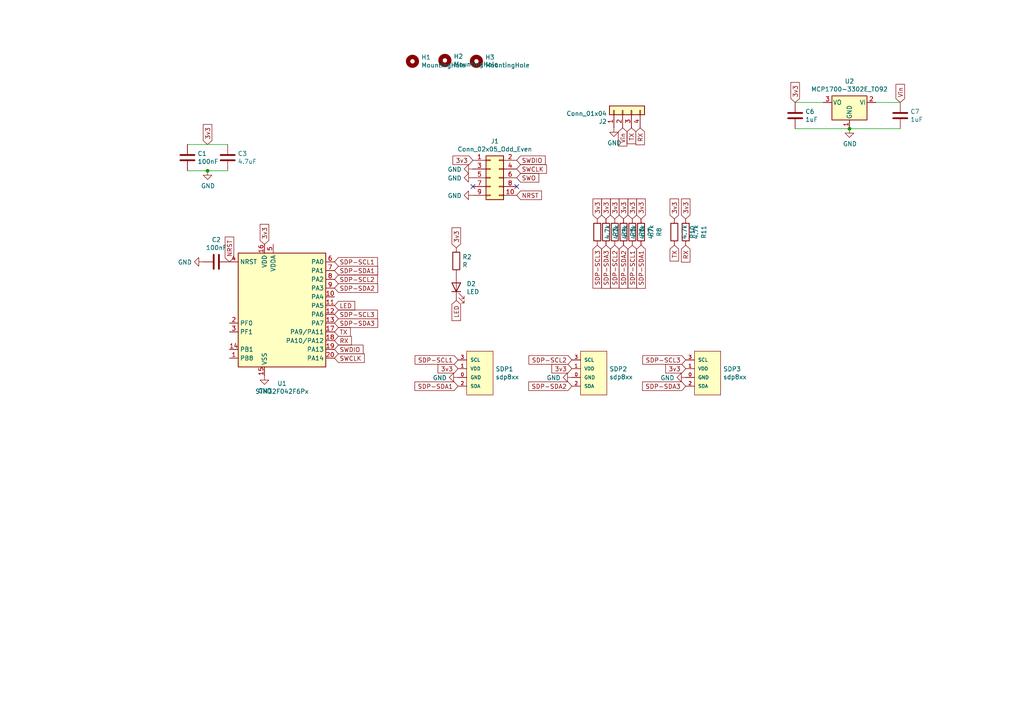
<source format=kicad_sch>
(kicad_sch (version 20230121) (generator eeschema)
  (paper "A4")
  (lib_symbols
    (symbol "Mechanical:MountingHole" (pin_names (offset 1.016))
      (property "Reference" "H" (at 0 5.08 0))
      (property "Value" "MountingHole" (at 0 3.175 0))
      (symbol "MountingHole_0_1"
        (circle (center 0 0) (radius 1.27) (stroke (width 1.27)))
      )
    )
    (symbol "stm32f042-board-rescue:C-Device-stm32f042-board-rescue" (pin_numbers hide) (pin_names (offset 0.254))
      (property "Reference" "C" (at 0.635 2.54 0))
      (property "Value" "stm32f042-board-rescue_C-Device" (at 0.635 -2.54 0))
      (symbol "C-Device-stm32f042-board-rescue_0_1"
        (polyline (pts (xy -2.032 -0.762) (xy 2.032 -0.762)) (stroke (width 0.508)))
        (polyline (pts (xy -2.032 0.762) (xy 2.032 0.762)) (stroke (width 0.508)))
      )
      (symbol "C-Device-stm32f042-board-rescue_1_1"
        (pin passive line (at 0 3.81 270) (length 2.794) (name "~") (number "1"))
        (pin passive line (at 0 -3.81 90) (length 2.794) (name "~") (number "2"))
      )
    )
    (symbol "stm32f042-board-rescue:Conn_01x04-Connector_Generic-stm32f042-board-rescue" (pin_names (offset 1.016) hide)
      (property "Reference" "J" (at 0 5.08 0))
      (property "Value" "stm32f042-board-rescue_Conn_01x04-Connector_Generic" (at 0 -7.62 0))
      (symbol "Conn_01x04-Connector_Generic-stm32f042-board-rescue_1_1"
        (rectangle (start -1.27 -4.953) (end 0 -5.207) (stroke (width 0.1524)))
        (rectangle (start -1.27 -2.413) (end 0 -2.667) (stroke (width 0.1524)))
        (rectangle (start -1.27 0.127) (end 0 -0.127) (stroke (width 0.1524)))
        (rectangle (start -1.27 2.667) (end 0 2.413) (stroke (width 0.1524)))
        (rectangle (start -1.27 3.81) (end 1.27 -6.35) (stroke (width 0.254)) (fill (type background)))
        (pin passive line (at -5.08 2.54 0) (length 3.81) (name "Pin_1") (number "1"))
        (pin passive line (at -5.08 0 0) (length 3.81) (name "Pin_2") (number "2"))
        (pin passive line (at -5.08 -2.54 0) (length 3.81) (name "Pin_3") (number "3"))
        (pin passive line (at -5.08 -5.08 0) (length 3.81) (name "Pin_4") (number "4"))
      )
    )
    (symbol "stm32f042-board-rescue:Conn_02x05_Odd_Even-Connector_Generic-stm32f042-board-rescue" (pin_names (offset 1.016) hide)
      (property "Reference" "J" (at 1.27 7.62 0))
      (property "Value" "stm32f042-board-rescue_Conn_02x05_Odd_Even-Connector_Generic" (at 1.27 -7.62 0))
      (symbol "Conn_02x05_Odd_Even-Connector_Generic-stm32f042-board-rescue_1_1"
        (rectangle (start -1.27 -4.953) (end 0 -5.207) (stroke (width 0.1524)))
        (rectangle (start -1.27 -2.413) (end 0 -2.667) (stroke (width 0.1524)))
        (rectangle (start -1.27 0.127) (end 0 -0.127) (stroke (width 0.1524)))
        (rectangle (start -1.27 2.667) (end 0 2.413) (stroke (width 0.1524)))
        (rectangle (start -1.27 5.207) (end 0 4.953) (stroke (width 0.1524)))
        (rectangle (start -1.27 6.35) (end 3.81 -6.35) (stroke (width 0.254)) (fill (type background)))
        (rectangle (start 3.81 -4.953) (end 2.54 -5.207) (stroke (width 0.1524)))
        (rectangle (start 3.81 -2.413) (end 2.54 -2.667) (stroke (width 0.1524)))
        (rectangle (start 3.81 0.127) (end 2.54 -0.127) (stroke (width 0.1524)))
        (rectangle (start 3.81 2.667) (end 2.54 2.413) (stroke (width 0.1524)))
        (rectangle (start 3.81 5.207) (end 2.54 4.953) (stroke (width 0.1524)))
        (pin passive line (at -5.08 5.08 0) (length 3.81) (name "Pin_1") (number "1"))
        (pin passive line (at 7.62 -5.08 180) (length 3.81) (name "Pin_10") (number "10"))
        (pin passive line (at 7.62 5.08 180) (length 3.81) (name "Pin_2") (number "2"))
        (pin passive line (at -5.08 2.54 0) (length 3.81) (name "Pin_3") (number "3"))
        (pin passive line (at 7.62 2.54 180) (length 3.81) (name "Pin_4") (number "4"))
        (pin passive line (at -5.08 0 0) (length 3.81) (name "Pin_5") (number "5"))
        (pin passive line (at 7.62 0 180) (length 3.81) (name "Pin_6") (number "6"))
        (pin passive line (at -5.08 -2.54 0) (length 3.81) (name "Pin_7") (number "7"))
        (pin passive line (at 7.62 -2.54 180) (length 3.81) (name "Pin_8") (number "8"))
        (pin passive line (at -5.08 -5.08 0) (length 3.81) (name "Pin_9") (number "9"))
      )
    )
    (symbol "stm32f042-board-rescue:GND-power-stm32f042-board-rescue" (power) (pin_names (offset 0))
      (property "Value" "GND-power-stm32f042-board-rescue" (at 0 -3.81 0))
      (symbol "GND-power-stm32f042-board-rescue_0_1"
        (polyline (pts (xy 0 0) (xy 0 -1.27) (xy 1.27 -1.27) (xy 0 -2.54) (xy -1.27 -1.27) (xy 0 -1.27)))
      )
      (symbol "GND-power-stm32f042-board-rescue_1_1"
        (pin power_in line (at 0 0 270) (length 0) hide (name "GND") (number "1"))
      )
    )
    (symbol "stm32f042-board-rescue:LED-Device-stm32f042-board-rescue" (pin_numbers hide) (pin_names (offset 1.016) hide)
      (property "Reference" "D" (at 0 2.54 0))
      (property "Value" "stm32f042-board-rescue_LED-Device" (at 0 -2.54 0))
      (symbol "LED-Device-stm32f042-board-rescue_0_1"
        (polyline (pts (xy -1.27 -1.27) (xy -1.27 1.27)) (stroke (width 0.254)))
        (polyline (pts (xy -1.27 0) (xy 1.27 0)))
        (polyline (pts (xy 1.27 -1.27) (xy 1.27 1.27) (xy -1.27 0) (xy 1.27 -1.27)) (stroke (width 0.254)))
        (polyline (pts (xy -3.048 -0.762) (xy -4.572 -2.286) (xy -3.81 -2.286) (xy -4.572 -2.286) (xy -4.572 -1.524)))
        (polyline (pts (xy -1.778 -0.762) (xy -3.302 -2.286) (xy -2.54 -2.286) (xy -3.302 -2.286) (xy -3.302 -1.524)))
      )
      (symbol "LED-Device-stm32f042-board-rescue_1_1"
        (pin passive line (at -3.81 0 0) (length 2.54) (name "K") (number "1"))
        (pin passive line (at 3.81 0 180) (length 2.54) (name "A") (number "2"))
      )
    )
    (symbol "stm32f042-board-rescue:MCP1700-3302E_TO92-Regulator_Linear-stm32f042-board-rescue" (pin_names (offset 0.254))
      (property "Reference" "U" (at -3.81 -3.175 0))
      (property "Value" "stm32f042-board-rescue_MCP1700-3302E_TO92-Regulator_Linear" (at 0 -3.175 0))
      (symbol "MCP1700-3302E_TO92-Regulator_Linear-stm32f042-board-rescue_0_1"
        (rectangle (start -5.08 5.08) (end 5.08 -1.905) (stroke (width 0.254)) (fill (type background)))
      )
      (symbol "MCP1700-3302E_TO92-Regulator_Linear-stm32f042-board-rescue_1_1"
        (pin power_in line (at 0 7.62 270) (length 2.54) (name "GND") (number "1"))
        (pin power_in line (at -7.62 0 0) (length 2.54) (name "VI") (number "2"))
        (pin power_out line (at 7.62 0 180) (length 2.54) (name "VO") (number "3"))
      )
    )
    (symbol "stm32f042-board-rescue:R-Device-stm32f042-board-rescue" (pin_numbers hide) (pin_names (offset 0))
      (property "Reference" "R" (at 2.032 0 90))
      (property "Value" "stm32f042-board-rescue_R-Device" (at 0 0 90))
      (symbol "R-Device-stm32f042-board-rescue_0_1"
        (rectangle (start -1.016 -2.54) (end 1.016 2.54) (stroke (width 0.254)))
      )
      (symbol "R-Device-stm32f042-board-rescue_1_1"
        (pin passive line (at 0 3.81 270) (length 1.27) (name "~") (number "1"))
        (pin passive line (at 0 -3.81 90) (length 1.27) (name "~") (number "2"))
      )
    )
    (symbol "stm32f042-board-rescue:STM32F042F6Px-MCU_ST_STM32F0-stm32f042-board-rescue"
      (property "Reference" "U" (at -12.7 16.51 0))
      (property "Value" "stm32f042-board-rescue_STM32F042F6Px-MCU_ST_STM32F0" (at 0 16.51 0))
      (symbol "STM32F042F6Px-MCU_ST_STM32F0-stm32f042-board-rescue_0_1"
        (rectangle (start -12.7 -17.78) (end 12.7 15.24) (stroke (width 0.254)) (fill (type background)))
      )
      (symbol "STM32F042F6Px-MCU_ST_STM32F0-stm32f042-board-rescue_1_1"
        (pin bidirectional line (at -15.24 -15.24 0) (length 2.54) (name "PB8") (number "1"))
        (pin bidirectional line (at 15.24 2.54 180) (length 2.54) (name "PA4") (number "10"))
        (pin bidirectional line (at 15.24 0 180) (length 2.54) (name "PA5") (number "11"))
        (pin bidirectional line (at 15.24 -2.54 180) (length 2.54) (name "PA6") (number "12"))
        (pin bidirectional line (at 15.24 -5.08 180) (length 2.54) (name "PA7") (number "13"))
        (pin bidirectional line (at -15.24 -12.7 0) (length 2.54) (name "PB1") (number "14"))
        (pin power_in line (at -5.08 -20.32 90) (length 2.54) (name "VSS") (number "15"))
        (pin power_in line (at -5.08 17.78 270) (length 2.54) (name "VDD") (number "16"))
        (pin bidirectional line (at 15.24 -7.62 180) (length 2.54) (name "PA9/PA11") (number "17"))
        (pin bidirectional line (at 15.24 -10.16 180) (length 2.54) (name "PA10/PA12") (number "18"))
        (pin bidirectional line (at 15.24 -12.7 180) (length 2.54) (name "PA13") (number "19"))
        (pin input line (at -15.24 -5.08 0) (length 2.54) (name "PF0") (number "2"))
        (pin bidirectional line (at 15.24 -15.24 180) (length 2.54) (name "PA14") (number "20"))
        (pin input line (at -15.24 -7.62 0) (length 2.54) (name "PF1") (number "3"))
        (pin input line (at -15.24 12.7 0) (length 2.54) (name "NRST") (number "4"))
        (pin power_in line (at -2.54 17.78 270) (length 2.54) (name "VDDA") (number "5"))
        (pin bidirectional line (at 15.24 12.7 180) (length 2.54) (name "PA0") (number "6"))
        (pin bidirectional line (at 15.24 10.16 180) (length 2.54) (name "PA1") (number "7"))
        (pin bidirectional line (at 15.24 7.62 180) (length 2.54) (name "PA2") (number "8"))
        (pin bidirectional line (at 15.24 5.08 180) (length 2.54) (name "PA3") (number "9"))
      )
    )
    (symbol "stm32f042-board-rescue:sdp8xx-sdp8xx-stm32f042-board-rescue" (pin_names (offset 1.016))
      (property "Reference" "SDP" (at 0 0 0))
      (property "Value" "stm32f042-board-rescue_sdp8xx-sdp8xx" (at 0 2.54 0))
      (symbol "sdp8xx-sdp8xx-stm32f042-board-rescue_0_1"
        (rectangle (start 0 0) (end 12.7 7.62) (fill (type background)))
      )
      (symbol "sdp8xx-sdp8xx-stm32f042-board-rescue_1_1"
        (pin bidirectional line (at 7.62 -2.54 90) (length 2.54) (name "GND") (number "0"))
        (pin bidirectional line (at 5.08 -2.54 90) (length 2.54) (name "VDD") (number "1"))
        (pin bidirectional line (at 10.16 -2.54 90) (length 2.54) (name "SDA") (number "2"))
        (pin bidirectional line (at 2.54 -2.54 90) (length 2.54) (name "SCL") (number "3"))
      )
    )
  )
  (junction (at 60.198 49.53))
  (junction (at 246.38 37.338))
  (no_connect (at 149.86 54.102))
  (no_connect (at 137.16 54.102))
  (wire (pts (xy 261.112 37.338) (xy 246.38 37.338)))
  (wire (pts (xy 60.198 49.53) (xy 54.356 49.53)))
  (wire (pts (xy 246.38 37.338) (xy 230.632 37.338)))
  (wire (pts (xy 254 29.718) (xy 261.112 29.718)))
  (wire (pts (xy 230.632 29.718) (xy 238.76 29.718)))
  (wire (pts (xy 66.04 49.53) (xy 60.198 49.53)))
  (wire (pts (xy 54.356 41.91) (xy 66.04 41.91)))
  (global_label "3v3" (shape input) (at 195.58 63.5 90) (property "Intersheetrefs" "${INTERSHEET_REFS}" (effects hide)))
  (global_label "SDP-SDA1" (shape input) (at 132.842 112.014 180) (property "Intersheetrefs" "${INTERSHEET_REFS}" (effects hide)))
  (global_label "SWDIO" (shape input) (at 149.86 46.482 0) (property "Intersheetrefs" "${INTERSHEET_REFS}" (effects hide)))
  (global_label "NRST" (shape input) (at 149.86 56.642 0) (property "Intersheetrefs" "${INTERSHEET_REFS}" (effects hide)))
  (global_label "TX" (shape input) (at 195.58 71.12 270) (property "Intersheetrefs" "${INTERSHEET_REFS}" (effects hide)))
  (global_label "SDP-SCL1" (shape input) (at 132.842 104.394 180) (property "Intersheetrefs" "${INTERSHEET_REFS}" (effects hide)))
  (global_label "3v3" (shape input) (at 180.848 63.5 90) (property "Intersheetrefs" "${INTERSHEET_REFS}" (effects hide)))
  (global_label "SWCLK" (shape input) (at 97.028 103.886 0) (property "Intersheetrefs" "${INTERSHEET_REFS}" (effects hide)))
  (global_label "SDP-SDA2" (shape input) (at 165.862 112.014 180) (property "Intersheetrefs" "${INTERSHEET_REFS}" (effects hide)))
  (global_label "LED" (shape input) (at 132.334 87.122 270) (property "Intersheetrefs" "${INTERSHEET_REFS}" (effects hide)))
  (global_label "3v3" (shape input) (at 198.882 106.934 180) (property "Intersheetrefs" "${INTERSHEET_REFS}" (effects hide)))
  (global_label "3v3" (shape input) (at 175.768 63.5 90) (property "Intersheetrefs" "${INTERSHEET_REFS}" (effects hide)))
  (global_label "SWO" (shape input) (at 149.86 51.562 0) (property "Intersheetrefs" "${INTERSHEET_REFS}" (effects hide)))
  (global_label "SDP-SDA1" (shape input) (at 185.928 71.12 270) (property "Intersheetrefs" "${INTERSHEET_REFS}" (effects hide)))
  (global_label "3v3" (shape input) (at 165.862 106.934 180) (property "Intersheetrefs" "${INTERSHEET_REFS}" (effects hide)))
  (global_label "3v3" (shape input) (at 185.928 63.5 90) (property "Intersheetrefs" "${INTERSHEET_REFS}" (effects hide)))
  (global_label "3v3" (shape input) (at 183.388 63.5 90) (property "Intersheetrefs" "${INTERSHEET_REFS}" (effects hide)))
  (global_label "SWCLK" (shape input) (at 149.86 49.022 0) (property "Intersheetrefs" "${INTERSHEET_REFS}" (effects hide)))
  (global_label "SDP-SDA1" (shape input) (at 97.028 78.486 0) (property "Intersheetrefs" "${INTERSHEET_REFS}" (effects hide)))
  (global_label "3v3" (shape input) (at 76.708 70.866 90) (property "Intersheetrefs" "${INTERSHEET_REFS}" (effects hide)))
  (global_label "3v3" (shape input) (at 132.842 106.934 180) (property "Intersheetrefs" "${INTERSHEET_REFS}" (effects hide)))
  (global_label "RX" (shape input) (at 198.882 71.12 270) (property "Intersheetrefs" "${INTERSHEET_REFS}" (effects hide)))
  (global_label "SDP-SCL3" (shape input) (at 198.882 104.394 180) (property "Intersheetrefs" "${INTERSHEET_REFS}" (effects hide)))
  (global_label "SDP-SCL1" (shape input) (at 183.388 71.12 270) (property "Intersheetrefs" "${INTERSHEET_REFS}" (effects hide)))
  (global_label "3v3" (shape input) (at 137.16 46.482 180) (property "Intersheetrefs" "${INTERSHEET_REFS}" (effects hide)))
  (global_label "3v3" (shape input) (at 178.308 63.5 90) (property "Intersheetrefs" "${INTERSHEET_REFS}" (effects hide)))
  (global_label "SDP-SDA3" (shape input) (at 97.028 93.726 0) (property "Intersheetrefs" "${INTERSHEET_REFS}" (effects hide)))
  (global_label "3v3" (shape input) (at 230.632 29.718 90) (property "Intersheetrefs" "${INTERSHEET_REFS}" (effects hide)))
  (global_label "SDP-SDA2" (shape input) (at 97.028 83.566 0) (property "Intersheetrefs" "${INTERSHEET_REFS}" (effects hide)))
  (global_label "SDP-SCL2" (shape input) (at 178.308 71.12 270) (property "Intersheetrefs" "${INTERSHEET_REFS}" (effects hide)))
  (global_label "NRST" (shape input) (at 66.548 75.946 90) (property "Intersheetrefs" "${INTERSHEET_REFS}" (effects hide)))
  (global_label "3v3" (shape input) (at 173.228 63.5 90) (property "Intersheetrefs" "${INTERSHEET_REFS}" (effects hide)))
  (global_label "SDP-SCL2" (shape input) (at 97.028 81.026 0) (property "Intersheetrefs" "${INTERSHEET_REFS}" (effects hide)))
  (global_label "SDP-SCL2" (shape input) (at 165.862 104.394 180) (property "Intersheetrefs" "${INTERSHEET_REFS}" (effects hide)))
  (global_label "LED" (shape input) (at 97.028 88.646 0) (property "Intersheetrefs" "${INTERSHEET_REFS}" (effects hide)))
  (global_label "SDP-SDA3" (shape input) (at 175.768 71.12 270) (property "Intersheetrefs" "${INTERSHEET_REFS}" (effects hide)))
  (global_label "3v3" (shape input) (at 60.198 41.91 90) (property "Intersheetrefs" "${INTERSHEET_REFS}" (effects hide)))
  (global_label "3v3" (shape input) (at 132.334 71.882 90) (property "Intersheetrefs" "${INTERSHEET_REFS}" (effects hide)))
  (global_label "SDP-SCL1" (shape input) (at 97.028 75.946 0) (property "Intersheetrefs" "${INTERSHEET_REFS}" (effects hide)))
  (global_label "TX" (shape input) (at 97.028 96.266 0) (property "Intersheetrefs" "${INTERSHEET_REFS}" (effects hide)))
  (global_label "RX" (shape input) (at 97.028 98.806 0) (property "Intersheetrefs" "${INTERSHEET_REFS}" (effects hide)))
  (global_label "3v3" (shape input) (at 198.882 63.5 90) (property "Intersheetrefs" "${INTERSHEET_REFS}" (effects hide)))
  (global_label "SDP-SDA2" (shape input) (at 180.848 71.12 270) (property "Intersheetrefs" "${INTERSHEET_REFS}" (effects hide)))
  (global_label "SDP-SCL3" (shape input) (at 97.028 91.186 0) (property "Intersheetrefs" "${INTERSHEET_REFS}" (effects hide)))
  (global_label "SDP-SDA3" (shape input) (at 198.882 112.014 180) (property "Intersheetrefs" "${INTERSHEET_REFS}" (effects hide)))
  (global_label "SWDIO" (shape input) (at 97.028 101.346 0) (property "Intersheetrefs" "${INTERSHEET_REFS}" (effects hide)))
  (global_label "RX" (shape input) (at 185.674 37.084 270) (property "Intersheetrefs" "${INTERSHEET_REFS}" (effects hide)))
  (global_label "TX" (shape input) (at 183.134 37.084 270) (property "Intersheetrefs" "${INTERSHEET_REFS}" (effects hide)))
  (global_label "Vin" (shape input) (at 261.112 29.718 90) (property "Intersheetrefs" "${INTERSHEET_REFS}" (effects hide)))
  (global_label "SDP-SCL3" (shape input) (at 173.228 71.12 270) (property "Intersheetrefs" "${INTERSHEET_REFS}" (effects hide)))
  (global_label "Vin" (shape input) (at 180.594 37.084 270) (property "Intersheetrefs" "${INTERSHEET_REFS}" (effects hide)))
  (symbol (lib_id "stm32f042-board-rescue:STM32F042F6Px-MCU_ST_STM32F0-stm32f042-board-rescue") (at 81.788 88.646 0) (unit 1)
    (property "Reference" "U1" (at 81.788 111.2266 0))
    (property "Value" "STM32F042F6Px" (at 81.788 113.538 0))
    (property "Footprint" "Package_SO:TSSOP-20_4.4x6.5mm_P0.65mm" (effects hide))
    (property "Datasheet" "http://www.st.com/st-web-ui/static/active/en/resource/technical/document/datasheet/DM00105814.pdf" (effects hide))
  )
  (symbol (lib_id "stm32f042-board-rescue:C-Device-stm32f042-board-rescue") (at 62.738 75.946 270) (unit 1)
    (property "Reference" "C2" (at 62.738 69.5452 90))
    (property "Value" "100nF" (at 62.738 71.8566 90))
    (property "Footprint" "Capacitor_SMD:C_0603_1608Metric_Pad1.08x0.95mm_HandSolder" (effects hide))
  )
  (symbol (lib_id "stm32f042-board-rescue:GND-power-stm32f042-board-rescue") (at 58.928 75.946 270) (unit 1)
    (property "Reference" "#PWR01" (effects hide))
    (property "Value" "GND" (at 55.6768 76.073 90) (effects (justify right)))
  )
  (symbol (lib_id "stm32f042-board-rescue:C-Device-stm32f042-board-rescue") (at 54.356 45.72 0) (unit 1)
    (property "Reference" "C1" (at 57.277 44.5516 0) (effects (justify left)))
    (property "Value" "100nF" (at 57.277 46.863 0) (effects (justify left)))
    (property "Footprint" "Capacitor_SMD:C_0603_1608Metric_Pad1.08x0.95mm_HandSolder" (effects hide))
  )
  (symbol (lib_id "stm32f042-board-rescue:C-Device-stm32f042-board-rescue") (at 66.04 45.72 0) (unit 1)
    (property "Reference" "C3" (at 68.961 44.5516 0) (effects (justify left)))
    (property "Value" "4.7uF" (at 68.961 46.863 0) (effects (justify left)))
    (property "Footprint" "Capacitor_SMD:C_0603_1608Metric_Pad1.08x0.95mm_HandSolder" (effects hide))
  )
  (symbol (lib_id "stm32f042-board-rescue:GND-power-stm32f042-board-rescue") (at 60.198 49.53 0) (unit 1)
    (property "Reference" "#PWR02" (effects hide))
    (property "Value" "GND" (at 60.325 53.9242 0))
  )
  (symbol (lib_id "stm32f042-board-rescue:GND-power-stm32f042-board-rescue") (at 137.16 49.022 270) (unit 1)
    (property "Reference" "#PWR0101" (effects hide))
    (property "Value" "GND" (at 133.9088 49.149 90) (effects (justify right)))
  )
  (symbol (lib_id "stm32f042-board-rescue:GND-power-stm32f042-board-rescue") (at 76.708 108.966 0) (unit 1)
    (property "Reference" "#PWR0102" (effects hide))
    (property "Value" "GND" (at 76.835 113.3602 0))
  )
  (symbol (lib_id "stm32f042-board-rescue:GND-power-stm32f042-board-rescue") (at 132.842 109.474 270) (unit 1)
    (property "Reference" "#PWR0103" (effects hide))
    (property "Value" "GND" (at 129.5908 109.601 90) (effects (justify right)))
  )
  (symbol (lib_id "stm32f042-board-rescue:GND-power-stm32f042-board-rescue") (at 165.862 109.474 270) (unit 1)
    (property "Reference" "#PWR0104" (effects hide))
    (property "Value" "GND" (at 162.6108 109.601 90) (effects (justify right)))
  )
  (symbol (lib_id "stm32f042-board-rescue:GND-power-stm32f042-board-rescue") (at 198.882 109.474 270) (unit 1)
    (property "Reference" "#PWR0105" (effects hide))
    (property "Value" "GND" (at 195.6308 109.601 90) (effects (justify right)))
  )
  (symbol (lib_id "stm32f042-board-rescue:R-Device-stm32f042-board-rescue") (at 173.228 67.31 180) (unit 1)
    (property "Reference" "R3" (at 178.4858 67.31 90))
    (property "Value" "4.7k" (at 176.1744 67.31 90))
    (property "Footprint" "Resistor_SMD:R_0805_2012Metric_Pad1.20x1.40mm_HandSolder" (effects hide))
  )
  (symbol (lib_id "stm32f042-board-rescue:R-Device-stm32f042-board-rescue") (at 175.768 67.31 180) (unit 1)
    (property "Reference" "R4" (at 181.0258 67.31 90))
    (property "Value" "4.7k" (at 178.7144 67.31 90))
    (property "Footprint" "Resistor_SMD:R_0805_2012Metric_Pad1.20x1.40mm_HandSolder" (effects hide))
  )
  (symbol (lib_id "stm32f042-board-rescue:R-Device-stm32f042-board-rescue") (at 178.308 67.31 180) (unit 1)
    (property "Reference" "R5" (at 183.5658 67.31 90))
    (property "Value" "4.7k" (at 181.2544 67.31 90))
    (property "Footprint" "Resistor_SMD:R_0805_2012Metric_Pad1.20x1.40mm_HandSolder" (effects hide))
  )
  (symbol (lib_id "stm32f042-board-rescue:R-Device-stm32f042-board-rescue") (at 180.848 67.31 180) (unit 1)
    (property "Reference" "R6" (at 186.1058 67.31 90))
    (property "Value" "4.7k" (at 183.7944 67.31 90))
    (property "Footprint" "Resistor_SMD:R_0805_2012Metric_Pad1.20x1.40mm_HandSolder" (effects hide))
  )
  (symbol (lib_id "stm32f042-board-rescue:R-Device-stm32f042-board-rescue") (at 183.388 67.31 180) (unit 1)
    (property "Reference" "R7" (at 188.6458 67.31 90))
    (property "Value" "4.7k" (at 186.3344 67.31 90))
    (property "Footprint" "Resistor_SMD:R_0805_2012Metric_Pad1.20x1.40mm_HandSolder" (effects hide))
  )
  (symbol (lib_id "stm32f042-board-rescue:R-Device-stm32f042-board-rescue") (at 185.928 67.31 180) (unit 1)
    (property "Reference" "R8" (at 191.1858 67.31 90))
    (property "Value" "4.7k" (at 188.8744 67.31 90))
    (property "Footprint" "Resistor_SMD:R_0805_2012Metric_Pad1.20x1.40mm_HandSolder" (effects hide))
  )
  (symbol (lib_id "stm32f042-board-rescue:Conn_02x05_Odd_Even-Connector_Generic-stm32f042-board-rescue") (at 142.24 51.562 0) (unit 1)
    (property "Reference" "J1" (at 143.51 40.9702 0))
    (property "Value" "Conn_02x05_Odd_Even" (at 143.51 43.2816 0))
    (property "Footprint" "Connector_PinHeader_1.27mm:PinHeader_2x05_P1.27mm_Vertical" (effects hide))
  )
  (symbol (lib_id "stm32f042-board-rescue:GND-power-stm32f042-board-rescue") (at 137.16 51.562 270) (unit 1)
    (property "Reference" "#PWR04" (effects hide))
    (property "Value" "GND" (at 133.9088 51.689 90) (effects (justify right)))
  )
  (symbol (lib_id "stm32f042-board-rescue:MCP1700-3302E_TO92-Regulator_Linear-stm32f042-board-rescue") (at 246.38 29.718 180) (unit 1)
    (property "Reference" "U2" (at 246.38 23.5712 0))
    (property "Value" "MCP1700-3302E_TO92" (at 246.38 25.8826 0))
    (property "Footprint" "Package_TO_SOT_THT:TO-92_Inline" (effects hide))
    (property "Datasheet" "http://ww1.microchip.com/downloads/en/DeviceDoc/20001826D.pdf" (effects hide))
  )
  (symbol (lib_id "stm32f042-board-rescue:C-Device-stm32f042-board-rescue") (at 230.632 33.528 0) (unit 1)
    (property "Reference" "C6" (at 233.553 32.3596 0) (effects (justify left)))
    (property "Value" "1uF" (at 233.553 34.671 0) (effects (justify left)))
    (property "Footprint" "Capacitor_SMD:C_0603_1608Metric_Pad1.08x0.95mm_HandSolder" (effects hide))
  )
  (symbol (lib_id "stm32f042-board-rescue:C-Device-stm32f042-board-rescue") (at 261.112 33.528 0) (unit 1)
    (property "Reference" "C7" (at 264.033 32.3596 0) (effects (justify left)))
    (property "Value" "1uF" (at 264.033 34.671 0) (effects (justify left)))
    (property "Footprint" "Capacitor_SMD:C_0603_1608Metric_Pad1.08x0.95mm_HandSolder" (effects hide))
  )
  (symbol (lib_id "stm32f042-board-rescue:GND-power-stm32f042-board-rescue") (at 246.38 37.338 0) (unit 1)
    (property "Reference" "#PWR0106" (effects hide))
    (property "Value" "GND" (at 246.507 41.7322 0))
  )
  (symbol (lib_id "stm32f042-board-rescue:Conn_01x04-Connector_Generic-stm32f042-board-rescue") (at 180.594 32.004 90) (unit 1)
    (property "Reference" "J2" (at 176.022 35.2552 90) (effects (justify left)))
    (property "Value" "Conn_01x04" (at 176.022 32.9438 90) (effects (justify left)))
    (property "Footprint" "Connector_PinHeader_2.54mm:PinHeader_1x04_P2.54mm_Vertical" (effects hide))
  )
  (symbol (lib_id "stm32f042-board-rescue:GND-power-stm32f042-board-rescue") (at 178.054 37.084 0) (unit 1)
    (property "Reference" "#PWR0107" (effects hide))
    (property "Value" "GND" (at 178.181 41.4782 0))
  )
  (symbol (lib_id "stm32f042-board-rescue:LED-Device-stm32f042-board-rescue") (at 132.334 83.312 90) (unit 1)
    (property "Reference" "D2" (at 135.3312 82.3214 90) (effects (justify right)))
    (property "Value" "LED" (at 135.3312 84.6328 90) (effects (justify right)))
    (property "Footprint" "Diode_SMD:D_0805_2012Metric_Pad1.15x1.40mm_HandSolder" (effects hide))
  )
  (symbol (lib_id "stm32f042-board-rescue:R-Device-stm32f042-board-rescue") (at 132.334 75.692 0) (unit 1)
    (property "Reference" "R2" (at 134.112 74.5236 0) (effects (justify left)))
    (property "Value" "R" (at 134.112 76.835 0) (effects (justify left)))
    (property "Footprint" "Resistor_SMD:R_0805_2012Metric" (effects hide))
  )
  (symbol (lib_id "stm32f042-board-rescue:R-Device-stm32f042-board-rescue") (at 195.58 67.31 180) (unit 1)
    (property "Reference" "R10" (at 200.8378 67.31 90))
    (property "Value" "4.7k" (at 198.5264 67.31 90))
    (property "Footprint" "Resistor_SMD:R_0805_2012Metric_Pad1.20x1.40mm_HandSolder" (effects hide))
  )
  (symbol (lib_id "stm32f042-board-rescue:R-Device-stm32f042-board-rescue") (at 198.882 67.31 180) (unit 1)
    (property "Reference" "R11" (at 204.1398 67.31 90))
    (property "Value" "4.7k" (at 201.8284 67.31 90))
    (property "Footprint" "Resistor_SMD:R_0805_2012Metric_Pad1.20x1.40mm_HandSolder" (effects hide))
  )
  (symbol (lib_id "stm32f042-board-rescue:GND-power-stm32f042-board-rescue") (at 137.16 56.642 270) (unit 1)
    (property "Reference" "#PWR0108" (effects hide))
    (property "Value" "GND" (at 133.9088 56.769 90) (effects (justify right)))
  )
  (symbol (lib_id "stm32f042-board-rescue:sdp8xx-sdp8xx-stm32f042-board-rescue") (at 135.382 101.854 270) (unit 1)
    (property "Reference" "SDP1" (at 143.7132 107.0356 90) (effects (justify left)))
    (property "Value" "sdp8xx" (at 143.7132 109.347 90) (effects (justify left)))
    (property "Footprint" "sdp8xx:sdp8xx" (effects hide))
  )
  (symbol (lib_id "stm32f042-board-rescue:sdp8xx-sdp8xx-stm32f042-board-rescue") (at 168.402 101.854 270) (unit 1)
    (property "Reference" "SDP2" (at 176.7332 107.0356 90) (effects (justify left)))
    (property "Value" "sdp8xx" (at 176.7332 109.347 90) (effects (justify left)))
    (property "Footprint" "sdp8xx:sdp8xx" (effects hide))
  )
  (symbol (lib_id "stm32f042-board-rescue:sdp8xx-sdp8xx-stm32f042-board-rescue") (at 201.422 101.854 270) (unit 1)
    (property "Reference" "SDP3" (at 209.7532 107.0356 90) (effects (justify left)))
    (property "Value" "sdp8xx" (at 209.7532 109.347 90) (effects (justify left)))
    (property "Footprint" "sdp8xx:sdp8xx" (effects hide))
  )
  (symbol (lib_id "Mechanical:MountingHole") (at 119.634 17.78 0) (unit 1)
    (property "Reference" "H1" (at 122.174 16.6116 0) (effects (justify left)))
    (property "Value" "MountingHole" (at 122.174 18.923 0) (effects (justify left)))
    (property "Footprint" "MountingHole:MountingHole_2.1mm" (effects hide))
  )
  (symbol (lib_id "Mechanical:MountingHole") (at 129.032 17.526 0) (unit 1)
    (property "Reference" "H2" (at 131.572 16.3576 0) (effects (justify left)))
    (property "Value" "MountingHole" (at 131.572 18.669 0) (effects (justify left)))
    (property "Footprint" "MountingHole:MountingHole_2.1mm" (effects hide))
  )
  (symbol (lib_id "Mechanical:MountingHole") (at 138.176 17.78 0) (unit 1)
    (property "Reference" "H3" (at 140.716 16.6116 0) (effects (justify left)))
    (property "Value" "MountingHole" (at 140.716 18.923 0) (effects (justify left)))
    (property "Footprint" "MountingHole:MountingHole_2.1mm" (effects hide))
  )
)
</source>
